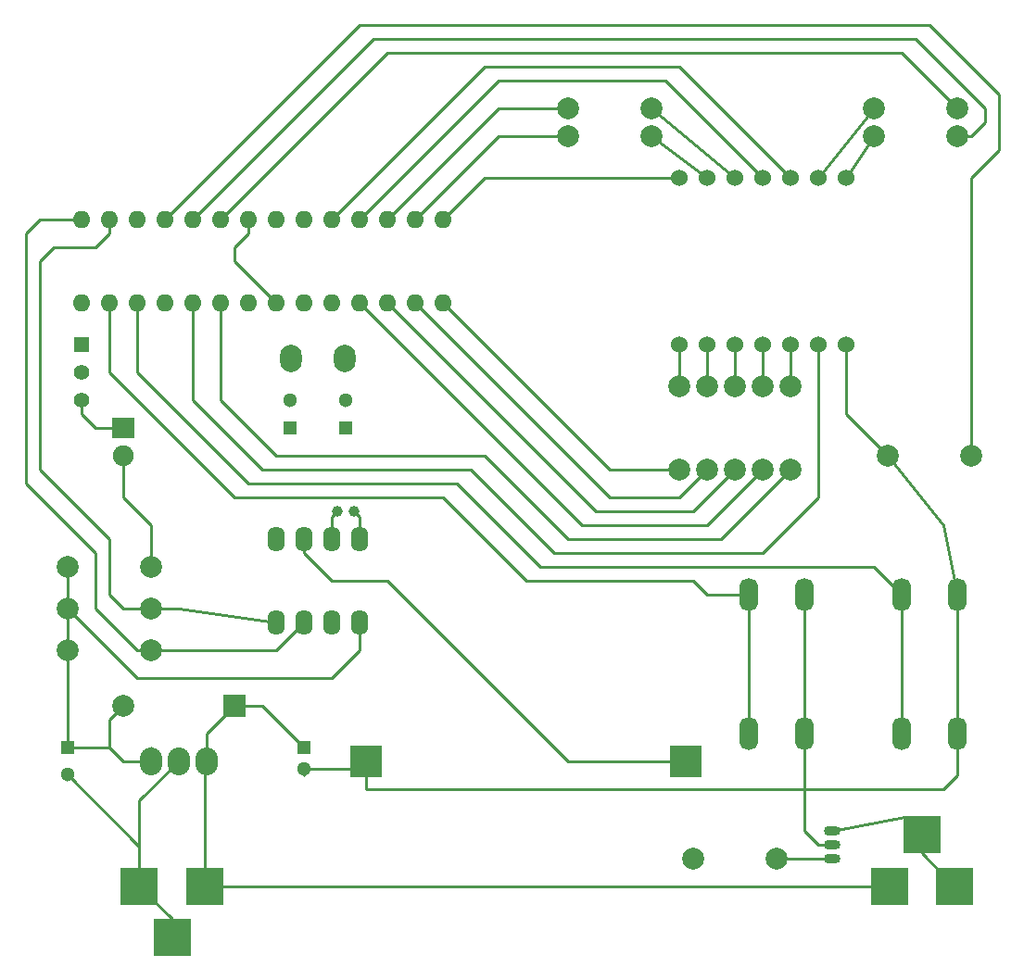
<source format=gbr>
G04 #@! TF.FileFunction,Copper,L1,Top,Signal*
%FSLAX46Y46*%
G04 Gerber Fmt 4.6, Leading zero omitted, Abs format (unit mm)*
G04 Created by KiCad (PCBNEW 4.0.4-stable) date Tuesday, November 08, 2016 'PMt' 06:58:29 PM*
%MOMM*%
%LPD*%
G01*
G04 APERTURE LIST*
%ADD10C,0.100000*%
%ADD11R,3.500120X3.500120*%
%ADD12O,1.600000X2.300000*%
%ADD13R,1.300000X1.300000*%
%ADD14C,1.300000*%
%ADD15C,1.998980*%
%ADD16R,1.998980X1.998980*%
%ADD17R,2.000000X1.900000*%
%ADD18C,1.900000*%
%ADD19O,1.600000X1.600000*%
%ADD20C,2.000000*%
%ADD21R,1.397000X1.397000*%
%ADD22C,1.397000*%
%ADD23O,1.727200X3.048000*%
%ADD24C,1.524000*%
%ADD25C,1.000760*%
%ADD26O,1.998980X2.499360*%
%ADD27O,2.032000X2.540000*%
%ADD28O,1.501140X0.899160*%
%ADD29R,3.000000X3.000000*%
%ADD30C,0.250000*%
G04 APERTURE END LIST*
D10*
D11*
X142090140Y-113030000D03*
X136090660Y-113030000D03*
X139090400Y-117729000D03*
D12*
X156210000Y-81280000D03*
X153670000Y-81280000D03*
X151130000Y-81280000D03*
X148590000Y-81280000D03*
X148590000Y-88900000D03*
X151130000Y-88900000D03*
X153670000Y-88900000D03*
X156210000Y-88900000D03*
D13*
X149860000Y-71120000D03*
D14*
X149860000Y-68620000D03*
D13*
X154940000Y-71120000D03*
D14*
X154940000Y-68620000D03*
D11*
X204619860Y-113030000D03*
X210619340Y-113030000D03*
X207619600Y-108331000D03*
D15*
X134620000Y-96522540D03*
D16*
X144780000Y-96522540D03*
D17*
X134620000Y-71120000D03*
D18*
X134620000Y-73660000D03*
D19*
X130810000Y-59690000D03*
X133350000Y-59690000D03*
X135890000Y-59690000D03*
X138430000Y-59690000D03*
X140970000Y-59690000D03*
X143510000Y-59690000D03*
X146050000Y-59690000D03*
X148590000Y-59690000D03*
X151130000Y-59690000D03*
X153670000Y-59690000D03*
X156210000Y-59690000D03*
X158750000Y-59690000D03*
X161290000Y-59690000D03*
X163830000Y-59690000D03*
X163830000Y-52070000D03*
X161290000Y-52070000D03*
X158750000Y-52070000D03*
X156210000Y-52070000D03*
X153670000Y-52070000D03*
X151130000Y-52070000D03*
X148590000Y-52070000D03*
X146050000Y-52070000D03*
X143510000Y-52070000D03*
X140970000Y-52070000D03*
X138430000Y-52070000D03*
X135890000Y-52070000D03*
X133350000Y-52070000D03*
X130810000Y-52070000D03*
D15*
X186690000Y-110490000D03*
X194310000Y-110490000D03*
X129540000Y-87630000D03*
X137160000Y-87630000D03*
X129540000Y-91440000D03*
X137160000Y-91440000D03*
X187960000Y-67310000D03*
X187960000Y-74930000D03*
X175260000Y-41910000D03*
X182880000Y-41910000D03*
X190500000Y-67310000D03*
X190500000Y-74930000D03*
X193040000Y-67310000D03*
X193040000Y-74930000D03*
X195580000Y-67310000D03*
X195580000Y-74930000D03*
X210820000Y-41910000D03*
X203200000Y-41910000D03*
X210820000Y-44450000D03*
X203200000Y-44450000D03*
D20*
X212079840Y-73660000D03*
X204480160Y-73660000D03*
D21*
X130810000Y-63500000D03*
D22*
X130810000Y-66040000D03*
X130810000Y-68580000D03*
D23*
X191770000Y-86360000D03*
X196850000Y-86360000D03*
X191770000Y-99060000D03*
X196850000Y-99060000D03*
X205740000Y-86360000D03*
X210820000Y-86360000D03*
X205740000Y-99060000D03*
X210820000Y-99060000D03*
D24*
X193040000Y-48260000D03*
X195580000Y-48260000D03*
X198120000Y-48260000D03*
X200660000Y-48260000D03*
X193040000Y-63500000D03*
X195580000Y-63500000D03*
X198120000Y-63500000D03*
X200660000Y-63500000D03*
X190500000Y-48260000D03*
X187960000Y-48260000D03*
X185420000Y-48260000D03*
X185420000Y-63500000D03*
X187960000Y-63500000D03*
X190500000Y-63500000D03*
D25*
X154190700Y-78740000D03*
X155689300Y-78740000D03*
D26*
X154840940Y-64770000D03*
X149959060Y-64770000D03*
D15*
X185420000Y-67310000D03*
X185420000Y-74930000D03*
X175260000Y-44450000D03*
X182880000Y-44450000D03*
X129540000Y-83820000D03*
X137160000Y-83820000D03*
D27*
X139700000Y-101600000D03*
X137160000Y-101600000D03*
X142240000Y-101600000D03*
D13*
X151130000Y-100330000D03*
D14*
X151130000Y-102330000D03*
X129540000Y-102830000D03*
D13*
X129540000Y-100330000D03*
D28*
X199390000Y-109220000D03*
X199390000Y-107950000D03*
X199390000Y-110490000D03*
D29*
X186055000Y-101600000D03*
X156845000Y-101600000D03*
D30*
X136090660Y-109380660D02*
X136090660Y-105209340D01*
X136090660Y-105209340D02*
X139700000Y-101600000D01*
X136090660Y-113030000D02*
X136090660Y-109380660D01*
X136090660Y-109380660D02*
X129540000Y-102830000D01*
X151130000Y-102330000D02*
X156115000Y-102330000D01*
X156115000Y-102330000D02*
X156845000Y-101600000D01*
X156845000Y-104140000D02*
X196850000Y-104140000D01*
X139090400Y-117729000D02*
X139090400Y-116029740D01*
X139090400Y-116029740D02*
X136090660Y-113030000D01*
X136090660Y-113030000D02*
X136090660Y-111559340D01*
X210820000Y-99060000D02*
X210820000Y-102870000D01*
X210820000Y-102870000D02*
X209550000Y-104140000D01*
X209550000Y-104140000D02*
X196850000Y-104140000D01*
X196850000Y-99060000D02*
X196850000Y-104140000D01*
X196850000Y-104140000D02*
X196850000Y-107950000D01*
X198120000Y-109220000D02*
X199390000Y-109220000D01*
X196850000Y-107950000D02*
X198120000Y-109220000D01*
X156845000Y-104140000D02*
X156845000Y-101600000D01*
X129540000Y-102830000D02*
X129540000Y-102870000D01*
X196850000Y-99060000D02*
X196850000Y-100330000D01*
X144780000Y-55880000D02*
X144780000Y-54610000D01*
X146050000Y-53340000D02*
X146050000Y-52070000D01*
X144780000Y-54610000D02*
X146050000Y-53340000D01*
X144780000Y-55880000D02*
X148590000Y-59690000D01*
X200660000Y-63500000D02*
X200660000Y-69839840D01*
X200660000Y-69839840D02*
X204480160Y-73660000D01*
X151130000Y-102330000D02*
X151130000Y-102870000D01*
X196850000Y-86360000D02*
X196850000Y-99060000D01*
X210820000Y-99060000D02*
X210820000Y-86360000D01*
X210820000Y-86360000D02*
X209550000Y-79999840D01*
X209550000Y-79999840D02*
X204480160Y-73660000D01*
X186055000Y-101600000D02*
X175260000Y-101600000D01*
X151130000Y-82550000D02*
X151130000Y-81280000D01*
X153670000Y-85090000D02*
X151130000Y-82550000D01*
X158750000Y-85090000D02*
X153670000Y-85090000D01*
X175260000Y-101600000D02*
X158750000Y-85090000D01*
X144780000Y-96522540D02*
X147322540Y-96522540D01*
X147322540Y-96522540D02*
X151130000Y-100330000D01*
X142240000Y-101600000D02*
X142240000Y-99062540D01*
X142240000Y-99062540D02*
X144780000Y-96522540D01*
X142090140Y-113030000D02*
X142090140Y-101749860D01*
X142090140Y-101749860D02*
X142240000Y-101600000D01*
X142240000Y-112880140D02*
X142090140Y-113030000D01*
X142240000Y-101600000D02*
X142240000Y-100332540D01*
X204619860Y-113030000D02*
X142090140Y-113030000D01*
X133350000Y-100330000D02*
X133350000Y-97792540D01*
X133350000Y-97792540D02*
X134620000Y-96522540D01*
X137160000Y-101600000D02*
X134620000Y-101600000D01*
X133350000Y-100330000D02*
X129540000Y-100330000D01*
X134620000Y-101600000D02*
X133350000Y-100330000D01*
X129540000Y-87630000D02*
X129540000Y-83820000D01*
X129540000Y-87630000D02*
X135890000Y-93980000D01*
X156210000Y-91440000D02*
X156210000Y-88900000D01*
X153670000Y-93980000D02*
X156210000Y-91440000D01*
X135890000Y-93980000D02*
X153670000Y-93980000D01*
X129540000Y-91440000D02*
X129540000Y-93980000D01*
X129540000Y-99060000D02*
X129540000Y-100330000D01*
X129540000Y-93980000D02*
X129540000Y-99060000D01*
X129540000Y-87630000D02*
X129540000Y-91440000D01*
X137160000Y-101600000D02*
X137160000Y-100332540D01*
X149860000Y-64869060D02*
X149959060Y-64770000D01*
X154940000Y-64869060D02*
X154840940Y-64770000D01*
X207619600Y-108331000D02*
X207619600Y-110030260D01*
X207619600Y-110030260D02*
X210619340Y-113030000D01*
X199390000Y-107950000D02*
X205968600Y-106680000D01*
X205968600Y-106680000D02*
X207619600Y-108331000D01*
X207619600Y-108331000D02*
X208661000Y-108331000D01*
X134620000Y-71120000D02*
X132080000Y-71120000D01*
X130810000Y-69850000D02*
X130810000Y-68580000D01*
X132080000Y-71120000D02*
X130810000Y-69850000D01*
X137160000Y-83820000D02*
X137160000Y-80010000D01*
X134620000Y-77470000D02*
X134620000Y-73660000D01*
X137160000Y-80010000D02*
X134620000Y-77470000D01*
X191770000Y-86360000D02*
X187960000Y-86360000D01*
X133350000Y-66040000D02*
X133350000Y-59690000D01*
X144780000Y-77470000D02*
X133350000Y-66040000D01*
X163830000Y-77470000D02*
X144780000Y-77470000D01*
X171450000Y-85090000D02*
X163830000Y-77470000D01*
X186690000Y-85090000D02*
X171450000Y-85090000D01*
X187960000Y-86360000D02*
X186690000Y-85090000D01*
X191770000Y-86360000D02*
X191770000Y-99060000D01*
X205740000Y-86360000D02*
X203200000Y-83820000D01*
X135890000Y-66040000D02*
X135890000Y-59690000D01*
X146050000Y-76200000D02*
X135890000Y-66040000D01*
X165100000Y-76200000D02*
X146050000Y-76200000D01*
X172720000Y-83820000D02*
X165100000Y-76200000D01*
X203200000Y-83820000D02*
X172720000Y-83820000D01*
X205740000Y-86360000D02*
X205740000Y-99060000D01*
X198120000Y-63500000D02*
X198120000Y-77470000D01*
X140970000Y-68580000D02*
X140970000Y-59690000D01*
X147320000Y-74930000D02*
X140970000Y-68580000D01*
X166370000Y-74930000D02*
X147320000Y-74930000D01*
X173990000Y-82550000D02*
X166370000Y-74930000D01*
X193040000Y-82550000D02*
X173990000Y-82550000D01*
X198120000Y-77470000D02*
X193040000Y-82550000D01*
X193040000Y-74930000D02*
X187960000Y-80010000D01*
X176530000Y-80010000D02*
X156210000Y-59690000D01*
X187960000Y-80010000D02*
X176530000Y-80010000D01*
X190500000Y-74930000D02*
X186690000Y-78740000D01*
X177800000Y-78740000D02*
X158750000Y-59690000D01*
X186690000Y-78740000D02*
X177800000Y-78740000D01*
X187960000Y-74930000D02*
X185420000Y-77470000D01*
X179070000Y-77470000D02*
X161290000Y-59690000D01*
X185420000Y-77470000D02*
X179070000Y-77470000D01*
X163830000Y-59690000D02*
X179070000Y-74930000D01*
X179070000Y-74930000D02*
X185420000Y-74930000D01*
X185420000Y-48260000D02*
X167640000Y-48260000D01*
X167640000Y-48260000D02*
X163830000Y-52070000D01*
X175260000Y-44450000D02*
X168910000Y-44450000D01*
X168910000Y-44450000D02*
X161290000Y-52070000D01*
X175260000Y-41910000D02*
X168910000Y-41910000D01*
X168910000Y-41910000D02*
X158750000Y-52070000D01*
X193040000Y-48260000D02*
X184150000Y-39370000D01*
X168910000Y-39370000D02*
X156210000Y-52070000D01*
X184150000Y-39370000D02*
X168910000Y-39370000D01*
X210820000Y-41910000D02*
X205740000Y-36830000D01*
X158750000Y-36830000D02*
X143510000Y-52070000D01*
X205740000Y-36830000D02*
X158750000Y-36830000D01*
X210820000Y-44450000D02*
X212090000Y-44450000D01*
X157480000Y-35560000D02*
X140970000Y-52070000D01*
X207010000Y-35560000D02*
X157480000Y-35560000D01*
X213360000Y-41910000D02*
X207010000Y-35560000D01*
X213360000Y-43180000D02*
X213360000Y-41910000D01*
X212090000Y-44450000D02*
X213360000Y-43180000D01*
X212079840Y-73660000D02*
X212079840Y-48270160D01*
X156210000Y-34290000D02*
X138430000Y-52070000D01*
X208280000Y-34290000D02*
X156210000Y-34290000D01*
X214630000Y-40640000D02*
X208280000Y-34290000D01*
X214630000Y-45720000D02*
X214630000Y-40640000D01*
X212079840Y-48270160D02*
X214630000Y-45720000D01*
X137160000Y-87630000D02*
X134620000Y-87630000D01*
X133350000Y-53340000D02*
X133350000Y-52070000D01*
X132080000Y-54610000D02*
X133350000Y-53340000D01*
X128270000Y-54610000D02*
X132080000Y-54610000D01*
X127000000Y-55880000D02*
X128270000Y-54610000D01*
X127000000Y-74930000D02*
X127000000Y-55880000D01*
X133350000Y-81280000D02*
X127000000Y-74930000D01*
X133350000Y-86360000D02*
X133350000Y-81280000D01*
X134620000Y-87630000D02*
X133350000Y-86360000D01*
X137160000Y-87630000D02*
X139700000Y-87630000D01*
X139700000Y-87630000D02*
X148590000Y-88900000D01*
X137160000Y-91440000D02*
X135890000Y-91440000D01*
X127000000Y-52070000D02*
X130810000Y-52070000D01*
X125730000Y-53340000D02*
X127000000Y-52070000D01*
X125730000Y-76200000D02*
X125730000Y-53340000D01*
X132080000Y-82550000D02*
X125730000Y-76200000D01*
X132080000Y-87630000D02*
X132080000Y-82550000D01*
X135890000Y-91440000D02*
X132080000Y-87630000D01*
X137160000Y-91440000D02*
X148590000Y-91440000D01*
X148590000Y-91440000D02*
X151130000Y-88900000D01*
X194310000Y-110490000D02*
X199390000Y-110490000D01*
X199390000Y-110490000D02*
X199390000Y-110490000D01*
X187960000Y-63500000D02*
X187960000Y-67310000D01*
X182880000Y-41910000D02*
X190500000Y-48260000D01*
X190500000Y-63500000D02*
X190500000Y-67310000D01*
X195580000Y-63500000D02*
X195580000Y-67310000D01*
X156210000Y-81280000D02*
X156210000Y-79260700D01*
X156210000Y-79260700D02*
X155689300Y-78740000D01*
X155689300Y-80759300D02*
X156210000Y-81280000D01*
X153670000Y-81280000D02*
X153670000Y-79260700D01*
X153670000Y-79260700D02*
X154190700Y-78740000D01*
X185420000Y-63500000D02*
X185420000Y-67310000D01*
X182880000Y-44450000D02*
X187960000Y-48260000D01*
X193040000Y-63500000D02*
X193040000Y-67310000D01*
X203200000Y-41910000D02*
X198120000Y-48260000D01*
X203200000Y-44450000D02*
X200660000Y-48260000D01*
X148590000Y-73660000D02*
X143510000Y-68580000D01*
X167640000Y-73660000D02*
X148590000Y-73660000D01*
X195580000Y-74930000D02*
X189230000Y-81280000D01*
X143510000Y-68580000D02*
X143510000Y-59690000D01*
X175260000Y-81280000D02*
X167640000Y-73660000D01*
X189230000Y-81280000D02*
X175260000Y-81280000D01*
X195580000Y-48260000D02*
X185420000Y-38100000D01*
X167640000Y-38100000D02*
X153670000Y-52070000D01*
X185420000Y-38100000D02*
X167640000Y-38100000D01*
M02*

</source>
